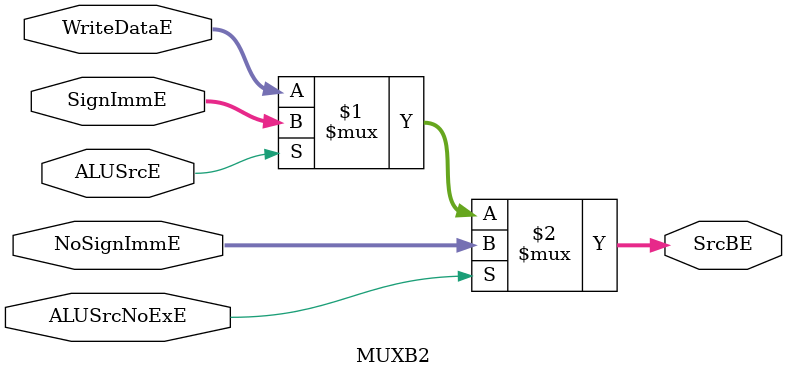
<source format=v>
`timescale 1ns / 1ps

module MUXB2 #(parameter WIDTH=32)
   (
    input [WIDTH-1:0]  WriteDataE,
    input [WIDTH-1:0]  SignImmE,
    input [WIDTH-1:0]  NoSignImmE,
    input 	       ALUSrcE,
    input 	       ALUSrcNoExE,
    output [WIDTH-1:0] SrcBE
    );
   
   assign SrcBE = (ALUSrcNoExE)?NoSignImmE:(ALUSrcE)?SignImmE:WriteDataE;
   
endmodule // MUXB2

</source>
